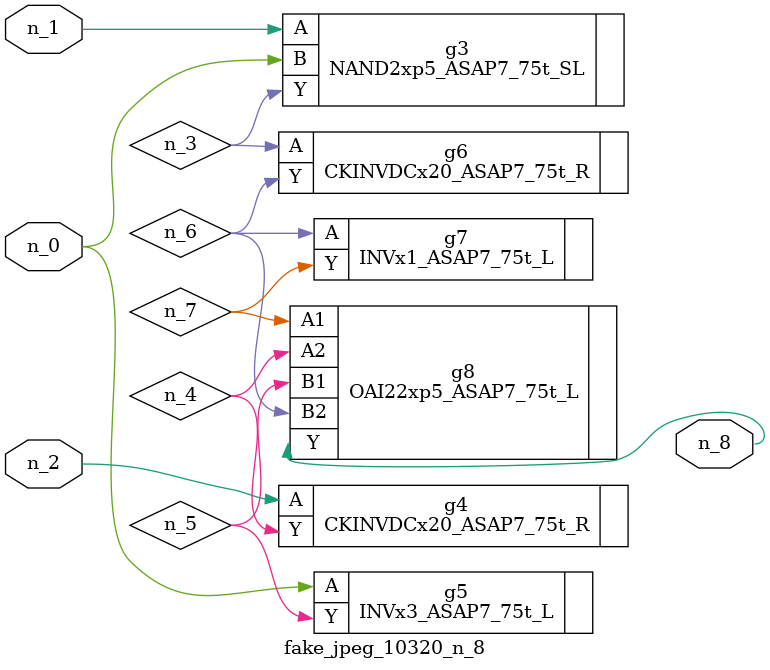
<source format=v>
module fake_jpeg_10320_n_8 (n_0, n_2, n_1, n_8);

input n_0;
input n_2;
input n_1;

output n_8;

wire n_3;
wire n_4;
wire n_6;
wire n_5;
wire n_7;

NAND2xp5_ASAP7_75t_SL g3 ( 
.A(n_1),
.B(n_0),
.Y(n_3)
);

CKINVDCx20_ASAP7_75t_R g4 ( 
.A(n_2),
.Y(n_4)
);

INVx3_ASAP7_75t_L g5 ( 
.A(n_0),
.Y(n_5)
);

CKINVDCx20_ASAP7_75t_R g6 ( 
.A(n_3),
.Y(n_6)
);

INVx1_ASAP7_75t_L g7 ( 
.A(n_6),
.Y(n_7)
);

OAI22xp5_ASAP7_75t_L g8 ( 
.A1(n_7),
.A2(n_4),
.B1(n_5),
.B2(n_6),
.Y(n_8)
);


endmodule
</source>
